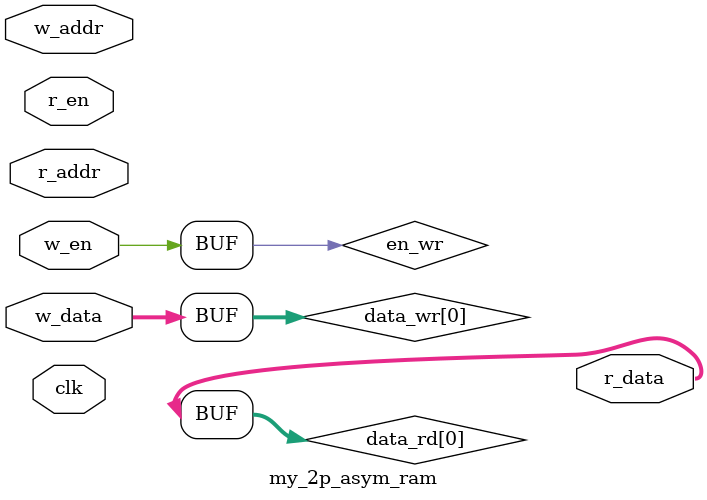
<source format=v>
`timescale 1ns / 1ps
`define max(a,b) {(a) > (b) ? (a) : (b)}
`define min(a,b) {(a) < (b) ? (a) : (b)}


module my_2p_asym_ram
  #(
    parameter W_DATA_W = 0,
    parameter R_DATA_W = 0,
    parameter ADDR_W = 0
    )
   (
    input                     clk,
    //write port
    input                     w_en,
    input [W_DATA_W-1:0]      w_data,
    input [ADDR_W-1:0]        w_addr,
    //read port
    input                     r_en,
    input [ADDR_W-1:0]        r_addr,
    output reg [R_DATA_W-1:0] r_data
    );

   //determine the number of blocks N
   localparam MAXDATA_W = `max(W_DATA_W, R_DATA_W);
   localparam MINDATA_W = `min(W_DATA_W, R_DATA_W);
   localparam N = MAXDATA_W/MINDATA_W;
   localparam N_W = $clog2(N);
   localparam SYMBOL_W = $clog2(MINDATA_W/8);

   //symmetric memory block buses
   //write buses
   reg [N-1:0]                en_wr;
   reg [MINDATA_W-1:0]        data_wr [N-1:0];

   //read buses
   wire [MINDATA_W-1:0]       data_rd [N-1:0];

   //instantiate N symmetric RAM blocks and connect them to the buses
   genvar                 i;
   generate 
      for (i=0; i<N; i=i+1) begin
         iob_2p_ram
             #(
               .DATA_W(MINDATA_W),
               .ADDR_W(ADDR_W - (N_W + SYMBOL_W))
               )
         iob_2p_ram_inst
             (
              .clk(clk),
              .w_en(en_wr[i]),
              .w_addr(w_addr[ADDR_W-1:N_W + SYMBOL_W]),
              .w_data(data_wr[i]),
              .r_en(r_en),
              .r_addr(r_addr[ADDR_W-1:N_W + SYMBOL_W]),
              .r_data(data_rd[i])              
              );
         
      end
   endgenerate

   integer j,k,l;
   generate

      if (W_DATA_W > R_DATA_W) begin
         
         //write parallel
         always @* begin
            for (j=0; j < N; j= j+1) begin
               en_wr[j] = w_en;
               data_wr[j] = w_data[j*MINDATA_W +: MINDATA_W];
            end
         end
         
         //read address register
         reg [ADDR_W-1:0] r_addr_lsbs_reg;
         always @(posedge clk)
           r_addr_lsbs_reg <= r_addr[ADDR_W-1:0] >> SYMBOL_W;
           
         //read mux
         always @* begin
            r_data = 1'b0;
            for (l=0; l < N; l= l+1) begin
               r_data = data_rd[r_addr_lsbs_reg];
            end
         end
         
      end else  if (W_DATA_W < R_DATA_W) begin
         wire [ADDR_W-1:0] byteAddr = w_addr[ADDR_W-1:0] >> SYMBOL_W;

         //write serial
         always @* begin
            for (j=0; j < N; j= j+1) begin
               en_wr[j] = w_en & (byteAddr[N_W-1:0] == j[N_W-1:0]);
               data_wr[j] = w_data;
            end
         end
         //read parallel
         always @* begin
            r_data = 1'b0;
            for (k=0; k < N; k= k+1) begin
               r_data[k*MINDATA_W +: MINDATA_W] = data_rd[k];
            end
         end

      end else begin //W_DATA_W = R_DATA_W
         //write serial
         always @* begin
            en_wr[0] = w_en;
            data_wr[0] = w_data;
         end
         //read parallel
         always @* begin
            r_data = data_rd[0];
         end
      end
   endgenerate
endmodule

</source>
